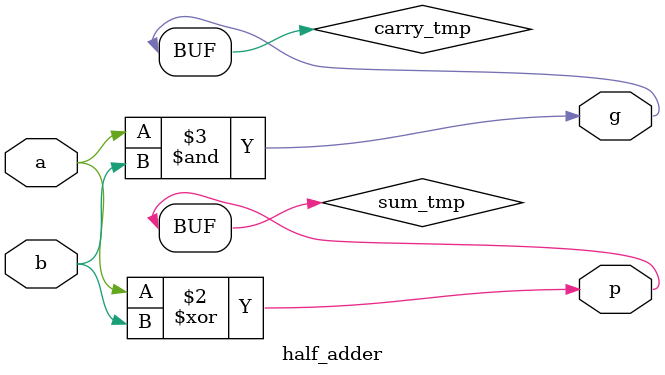
<source format=v>

module half_adder (
    input wire a,
    input wire b,
    output wire p,
    output wire g);

    reg sum_tmp;
    reg carry_tmp;
    always @(a, b) begin
        // sum (p) = a (xor) b
        sum_tmp = a ^ b;
        // carry (g) = a & b
        carry_tmp = a & b;
    end

    assign p = sum_tmp;
    assign g = carry_tmp;

endmodule: half_adder

</source>
